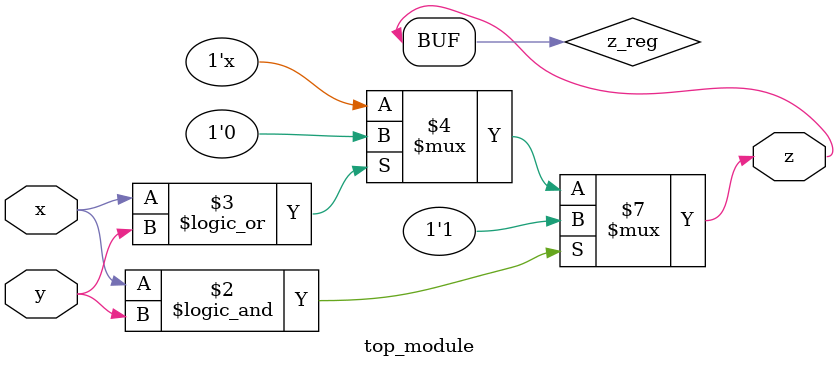
<source format=sv>
module top_module(
    input x,
    input y,
    output z);

    reg z_reg;

    always @ (x, y)
    begin
        if (x && y)
            z_reg <= 1;
        else if (x || y)
            z_reg <= 0;
    end

    assign z = z_reg;

endmodule

</source>
